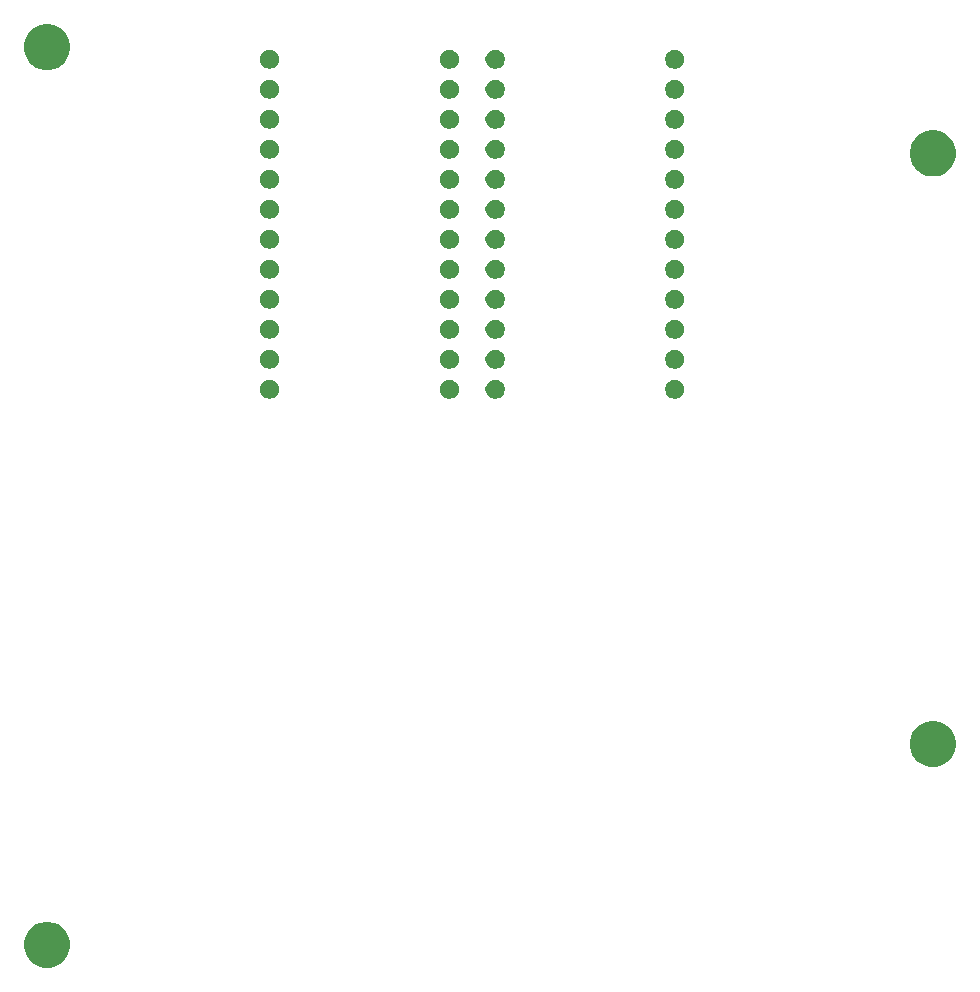
<source format=gbr>
G04 #@! TF.GenerationSoftware,KiCad,Pcbnew,(5.1.0)-1*
G04 #@! TF.CreationDate,2020-01-03T18:30:48+09:00*
G04 #@! TF.ProjectId,100cm^3,31303063-6d5e-4332-9e6b-696361645f70,rev?*
G04 #@! TF.SameCoordinates,Original*
G04 #@! TF.FileFunction,Soldermask,Bot*
G04 #@! TF.FilePolarity,Negative*
%FSLAX46Y46*%
G04 Gerber Fmt 4.6, Leading zero omitted, Abs format (unit mm)*
G04 Created by KiCad (PCBNEW (5.1.0)-1) date 2020-01-03 18:30:48*
%MOMM*%
%LPD*%
G04 APERTURE LIST*
%ADD10C,0.100000*%
G04 APERTURE END LIST*
D10*
G36*
X91569085Y-148123975D02*
G01*
X91924143Y-148271045D01*
X91924145Y-148271046D01*
X92243690Y-148484559D01*
X92515441Y-148756310D01*
X92728954Y-149075855D01*
X92728955Y-149075857D01*
X92876025Y-149430915D01*
X92951000Y-149807842D01*
X92951000Y-150192158D01*
X92876025Y-150569085D01*
X92728955Y-150924143D01*
X92728954Y-150924145D01*
X92515441Y-151243690D01*
X92243690Y-151515441D01*
X91924145Y-151728954D01*
X91924144Y-151728955D01*
X91924143Y-151728955D01*
X91569085Y-151876025D01*
X91192158Y-151951000D01*
X90807842Y-151951000D01*
X90430915Y-151876025D01*
X90075857Y-151728955D01*
X90075856Y-151728955D01*
X90075855Y-151728954D01*
X89756310Y-151515441D01*
X89484559Y-151243690D01*
X89271046Y-150924145D01*
X89271045Y-150924143D01*
X89123975Y-150569085D01*
X89049000Y-150192158D01*
X89049000Y-149807842D01*
X89123975Y-149430915D01*
X89271045Y-149075857D01*
X89271046Y-149075855D01*
X89484559Y-148756310D01*
X89756310Y-148484559D01*
X90075855Y-148271046D01*
X90075857Y-148271045D01*
X90430915Y-148123975D01*
X90807842Y-148049000D01*
X91192158Y-148049000D01*
X91569085Y-148123975D01*
X91569085Y-148123975D01*
G37*
G36*
X166569085Y-131123975D02*
G01*
X166924143Y-131271045D01*
X166924145Y-131271046D01*
X167243690Y-131484559D01*
X167515441Y-131756310D01*
X167728954Y-132075855D01*
X167728955Y-132075857D01*
X167876025Y-132430915D01*
X167951000Y-132807842D01*
X167951000Y-133192158D01*
X167876025Y-133569085D01*
X167728955Y-133924143D01*
X167728954Y-133924145D01*
X167515441Y-134243690D01*
X167243690Y-134515441D01*
X166924145Y-134728954D01*
X166924144Y-134728955D01*
X166924143Y-134728955D01*
X166569085Y-134876025D01*
X166192158Y-134951000D01*
X165807842Y-134951000D01*
X165430915Y-134876025D01*
X165075857Y-134728955D01*
X165075856Y-134728955D01*
X165075855Y-134728954D01*
X164756310Y-134515441D01*
X164484559Y-134243690D01*
X164271046Y-133924145D01*
X164271045Y-133924143D01*
X164123975Y-133569085D01*
X164049000Y-133192158D01*
X164049000Y-132807842D01*
X164123975Y-132430915D01*
X164271045Y-132075857D01*
X164271046Y-132075855D01*
X164484559Y-131756310D01*
X164756310Y-131484559D01*
X165075855Y-131271046D01*
X165075857Y-131271045D01*
X165430915Y-131123975D01*
X165807842Y-131049000D01*
X166192158Y-131049000D01*
X166569085Y-131123975D01*
X166569085Y-131123975D01*
G37*
G36*
X110078542Y-102178242D02*
G01*
X110226501Y-102239529D01*
X110359655Y-102328499D01*
X110472901Y-102441745D01*
X110561871Y-102574899D01*
X110623158Y-102722858D01*
X110654400Y-102879925D01*
X110654400Y-103040075D01*
X110623158Y-103197142D01*
X110561871Y-103345101D01*
X110472901Y-103478255D01*
X110359655Y-103591501D01*
X110226501Y-103680471D01*
X110078542Y-103741758D01*
X109921475Y-103773000D01*
X109761325Y-103773000D01*
X109604258Y-103741758D01*
X109456299Y-103680471D01*
X109323145Y-103591501D01*
X109209899Y-103478255D01*
X109120929Y-103345101D01*
X109059642Y-103197142D01*
X109028400Y-103040075D01*
X109028400Y-102879925D01*
X109059642Y-102722858D01*
X109120929Y-102574899D01*
X109209899Y-102441745D01*
X109323145Y-102328499D01*
X109456299Y-102239529D01*
X109604258Y-102178242D01*
X109761325Y-102147000D01*
X109921475Y-102147000D01*
X110078542Y-102178242D01*
X110078542Y-102178242D01*
G37*
G36*
X129175742Y-102178242D02*
G01*
X129323701Y-102239529D01*
X129456855Y-102328499D01*
X129570101Y-102441745D01*
X129659071Y-102574899D01*
X129720358Y-102722858D01*
X129751600Y-102879925D01*
X129751600Y-103040075D01*
X129720358Y-103197142D01*
X129659071Y-103345101D01*
X129570101Y-103478255D01*
X129456855Y-103591501D01*
X129323701Y-103680471D01*
X129175742Y-103741758D01*
X129018675Y-103773000D01*
X128858525Y-103773000D01*
X128701458Y-103741758D01*
X128553499Y-103680471D01*
X128420345Y-103591501D01*
X128307099Y-103478255D01*
X128218129Y-103345101D01*
X128156842Y-103197142D01*
X128125600Y-103040075D01*
X128125600Y-102879925D01*
X128156842Y-102722858D01*
X128218129Y-102574899D01*
X128307099Y-102441745D01*
X128420345Y-102328499D01*
X128553499Y-102239529D01*
X128701458Y-102178242D01*
X128858525Y-102147000D01*
X129018675Y-102147000D01*
X129175742Y-102178242D01*
X129175742Y-102178242D01*
G37*
G36*
X144395742Y-102178242D02*
G01*
X144543701Y-102239529D01*
X144676855Y-102328499D01*
X144790101Y-102441745D01*
X144879071Y-102574899D01*
X144940358Y-102722858D01*
X144971600Y-102879925D01*
X144971600Y-103040075D01*
X144940358Y-103197142D01*
X144879071Y-103345101D01*
X144790101Y-103478255D01*
X144676855Y-103591501D01*
X144543701Y-103680471D01*
X144395742Y-103741758D01*
X144238675Y-103773000D01*
X144078525Y-103773000D01*
X143921458Y-103741758D01*
X143773499Y-103680471D01*
X143640345Y-103591501D01*
X143527099Y-103478255D01*
X143438129Y-103345101D01*
X143376842Y-103197142D01*
X143345600Y-103040075D01*
X143345600Y-102879925D01*
X143376842Y-102722858D01*
X143438129Y-102574899D01*
X143527099Y-102441745D01*
X143640345Y-102328499D01*
X143773499Y-102239529D01*
X143921458Y-102178242D01*
X144078525Y-102147000D01*
X144238675Y-102147000D01*
X144395742Y-102178242D01*
X144395742Y-102178242D01*
G37*
G36*
X125298542Y-102178242D02*
G01*
X125446501Y-102239529D01*
X125579655Y-102328499D01*
X125692901Y-102441745D01*
X125781871Y-102574899D01*
X125843158Y-102722858D01*
X125874400Y-102879925D01*
X125874400Y-103040075D01*
X125843158Y-103197142D01*
X125781871Y-103345101D01*
X125692901Y-103478255D01*
X125579655Y-103591501D01*
X125446501Y-103680471D01*
X125298542Y-103741758D01*
X125141475Y-103773000D01*
X124981325Y-103773000D01*
X124824258Y-103741758D01*
X124676299Y-103680471D01*
X124543145Y-103591501D01*
X124429899Y-103478255D01*
X124340929Y-103345101D01*
X124279642Y-103197142D01*
X124248400Y-103040075D01*
X124248400Y-102879925D01*
X124279642Y-102722858D01*
X124340929Y-102574899D01*
X124429899Y-102441745D01*
X124543145Y-102328499D01*
X124676299Y-102239529D01*
X124824258Y-102178242D01*
X124981325Y-102147000D01*
X125141475Y-102147000D01*
X125298542Y-102178242D01*
X125298542Y-102178242D01*
G37*
G36*
X125298542Y-99638242D02*
G01*
X125446501Y-99699529D01*
X125579655Y-99788499D01*
X125692901Y-99901745D01*
X125781871Y-100034899D01*
X125843158Y-100182858D01*
X125874400Y-100339925D01*
X125874400Y-100500075D01*
X125843158Y-100657142D01*
X125781871Y-100805101D01*
X125692901Y-100938255D01*
X125579655Y-101051501D01*
X125446501Y-101140471D01*
X125298542Y-101201758D01*
X125141475Y-101233000D01*
X124981325Y-101233000D01*
X124824258Y-101201758D01*
X124676299Y-101140471D01*
X124543145Y-101051501D01*
X124429899Y-100938255D01*
X124340929Y-100805101D01*
X124279642Y-100657142D01*
X124248400Y-100500075D01*
X124248400Y-100339925D01*
X124279642Y-100182858D01*
X124340929Y-100034899D01*
X124429899Y-99901745D01*
X124543145Y-99788499D01*
X124676299Y-99699529D01*
X124824258Y-99638242D01*
X124981325Y-99607000D01*
X125141475Y-99607000D01*
X125298542Y-99638242D01*
X125298542Y-99638242D01*
G37*
G36*
X110078542Y-99638242D02*
G01*
X110226501Y-99699529D01*
X110359655Y-99788499D01*
X110472901Y-99901745D01*
X110561871Y-100034899D01*
X110623158Y-100182858D01*
X110654400Y-100339925D01*
X110654400Y-100500075D01*
X110623158Y-100657142D01*
X110561871Y-100805101D01*
X110472901Y-100938255D01*
X110359655Y-101051501D01*
X110226501Y-101140471D01*
X110078542Y-101201758D01*
X109921475Y-101233000D01*
X109761325Y-101233000D01*
X109604258Y-101201758D01*
X109456299Y-101140471D01*
X109323145Y-101051501D01*
X109209899Y-100938255D01*
X109120929Y-100805101D01*
X109059642Y-100657142D01*
X109028400Y-100500075D01*
X109028400Y-100339925D01*
X109059642Y-100182858D01*
X109120929Y-100034899D01*
X109209899Y-99901745D01*
X109323145Y-99788499D01*
X109456299Y-99699529D01*
X109604258Y-99638242D01*
X109761325Y-99607000D01*
X109921475Y-99607000D01*
X110078542Y-99638242D01*
X110078542Y-99638242D01*
G37*
G36*
X129175742Y-99638242D02*
G01*
X129323701Y-99699529D01*
X129456855Y-99788499D01*
X129570101Y-99901745D01*
X129659071Y-100034899D01*
X129720358Y-100182858D01*
X129751600Y-100339925D01*
X129751600Y-100500075D01*
X129720358Y-100657142D01*
X129659071Y-100805101D01*
X129570101Y-100938255D01*
X129456855Y-101051501D01*
X129323701Y-101140471D01*
X129175742Y-101201758D01*
X129018675Y-101233000D01*
X128858525Y-101233000D01*
X128701458Y-101201758D01*
X128553499Y-101140471D01*
X128420345Y-101051501D01*
X128307099Y-100938255D01*
X128218129Y-100805101D01*
X128156842Y-100657142D01*
X128125600Y-100500075D01*
X128125600Y-100339925D01*
X128156842Y-100182858D01*
X128218129Y-100034899D01*
X128307099Y-99901745D01*
X128420345Y-99788499D01*
X128553499Y-99699529D01*
X128701458Y-99638242D01*
X128858525Y-99607000D01*
X129018675Y-99607000D01*
X129175742Y-99638242D01*
X129175742Y-99638242D01*
G37*
G36*
X144395742Y-99638242D02*
G01*
X144543701Y-99699529D01*
X144676855Y-99788499D01*
X144790101Y-99901745D01*
X144879071Y-100034899D01*
X144940358Y-100182858D01*
X144971600Y-100339925D01*
X144971600Y-100500075D01*
X144940358Y-100657142D01*
X144879071Y-100805101D01*
X144790101Y-100938255D01*
X144676855Y-101051501D01*
X144543701Y-101140471D01*
X144395742Y-101201758D01*
X144238675Y-101233000D01*
X144078525Y-101233000D01*
X143921458Y-101201758D01*
X143773499Y-101140471D01*
X143640345Y-101051501D01*
X143527099Y-100938255D01*
X143438129Y-100805101D01*
X143376842Y-100657142D01*
X143345600Y-100500075D01*
X143345600Y-100339925D01*
X143376842Y-100182858D01*
X143438129Y-100034899D01*
X143527099Y-99901745D01*
X143640345Y-99788499D01*
X143773499Y-99699529D01*
X143921458Y-99638242D01*
X144078525Y-99607000D01*
X144238675Y-99607000D01*
X144395742Y-99638242D01*
X144395742Y-99638242D01*
G37*
G36*
X125298542Y-97098242D02*
G01*
X125446501Y-97159529D01*
X125579655Y-97248499D01*
X125692901Y-97361745D01*
X125781871Y-97494899D01*
X125843158Y-97642858D01*
X125874400Y-97799925D01*
X125874400Y-97960075D01*
X125843158Y-98117142D01*
X125781871Y-98265101D01*
X125692901Y-98398255D01*
X125579655Y-98511501D01*
X125446501Y-98600471D01*
X125298542Y-98661758D01*
X125141475Y-98693000D01*
X124981325Y-98693000D01*
X124824258Y-98661758D01*
X124676299Y-98600471D01*
X124543145Y-98511501D01*
X124429899Y-98398255D01*
X124340929Y-98265101D01*
X124279642Y-98117142D01*
X124248400Y-97960075D01*
X124248400Y-97799925D01*
X124279642Y-97642858D01*
X124340929Y-97494899D01*
X124429899Y-97361745D01*
X124543145Y-97248499D01*
X124676299Y-97159529D01*
X124824258Y-97098242D01*
X124981325Y-97067000D01*
X125141475Y-97067000D01*
X125298542Y-97098242D01*
X125298542Y-97098242D01*
G37*
G36*
X144395742Y-97098242D02*
G01*
X144543701Y-97159529D01*
X144676855Y-97248499D01*
X144790101Y-97361745D01*
X144879071Y-97494899D01*
X144940358Y-97642858D01*
X144971600Y-97799925D01*
X144971600Y-97960075D01*
X144940358Y-98117142D01*
X144879071Y-98265101D01*
X144790101Y-98398255D01*
X144676855Y-98511501D01*
X144543701Y-98600471D01*
X144395742Y-98661758D01*
X144238675Y-98693000D01*
X144078525Y-98693000D01*
X143921458Y-98661758D01*
X143773499Y-98600471D01*
X143640345Y-98511501D01*
X143527099Y-98398255D01*
X143438129Y-98265101D01*
X143376842Y-98117142D01*
X143345600Y-97960075D01*
X143345600Y-97799925D01*
X143376842Y-97642858D01*
X143438129Y-97494899D01*
X143527099Y-97361745D01*
X143640345Y-97248499D01*
X143773499Y-97159529D01*
X143921458Y-97098242D01*
X144078525Y-97067000D01*
X144238675Y-97067000D01*
X144395742Y-97098242D01*
X144395742Y-97098242D01*
G37*
G36*
X129175742Y-97098242D02*
G01*
X129323701Y-97159529D01*
X129456855Y-97248499D01*
X129570101Y-97361745D01*
X129659071Y-97494899D01*
X129720358Y-97642858D01*
X129751600Y-97799925D01*
X129751600Y-97960075D01*
X129720358Y-98117142D01*
X129659071Y-98265101D01*
X129570101Y-98398255D01*
X129456855Y-98511501D01*
X129323701Y-98600471D01*
X129175742Y-98661758D01*
X129018675Y-98693000D01*
X128858525Y-98693000D01*
X128701458Y-98661758D01*
X128553499Y-98600471D01*
X128420345Y-98511501D01*
X128307099Y-98398255D01*
X128218129Y-98265101D01*
X128156842Y-98117142D01*
X128125600Y-97960075D01*
X128125600Y-97799925D01*
X128156842Y-97642858D01*
X128218129Y-97494899D01*
X128307099Y-97361745D01*
X128420345Y-97248499D01*
X128553499Y-97159529D01*
X128701458Y-97098242D01*
X128858525Y-97067000D01*
X129018675Y-97067000D01*
X129175742Y-97098242D01*
X129175742Y-97098242D01*
G37*
G36*
X110078542Y-97098242D02*
G01*
X110226501Y-97159529D01*
X110359655Y-97248499D01*
X110472901Y-97361745D01*
X110561871Y-97494899D01*
X110623158Y-97642858D01*
X110654400Y-97799925D01*
X110654400Y-97960075D01*
X110623158Y-98117142D01*
X110561871Y-98265101D01*
X110472901Y-98398255D01*
X110359655Y-98511501D01*
X110226501Y-98600471D01*
X110078542Y-98661758D01*
X109921475Y-98693000D01*
X109761325Y-98693000D01*
X109604258Y-98661758D01*
X109456299Y-98600471D01*
X109323145Y-98511501D01*
X109209899Y-98398255D01*
X109120929Y-98265101D01*
X109059642Y-98117142D01*
X109028400Y-97960075D01*
X109028400Y-97799925D01*
X109059642Y-97642858D01*
X109120929Y-97494899D01*
X109209899Y-97361745D01*
X109323145Y-97248499D01*
X109456299Y-97159529D01*
X109604258Y-97098242D01*
X109761325Y-97067000D01*
X109921475Y-97067000D01*
X110078542Y-97098242D01*
X110078542Y-97098242D01*
G37*
G36*
X129175742Y-94558242D02*
G01*
X129323701Y-94619529D01*
X129456855Y-94708499D01*
X129570101Y-94821745D01*
X129659071Y-94954899D01*
X129720358Y-95102858D01*
X129751600Y-95259925D01*
X129751600Y-95420075D01*
X129720358Y-95577142D01*
X129659071Y-95725101D01*
X129570101Y-95858255D01*
X129456855Y-95971501D01*
X129323701Y-96060471D01*
X129175742Y-96121758D01*
X129018675Y-96153000D01*
X128858525Y-96153000D01*
X128701458Y-96121758D01*
X128553499Y-96060471D01*
X128420345Y-95971501D01*
X128307099Y-95858255D01*
X128218129Y-95725101D01*
X128156842Y-95577142D01*
X128125600Y-95420075D01*
X128125600Y-95259925D01*
X128156842Y-95102858D01*
X128218129Y-94954899D01*
X128307099Y-94821745D01*
X128420345Y-94708499D01*
X128553499Y-94619529D01*
X128701458Y-94558242D01*
X128858525Y-94527000D01*
X129018675Y-94527000D01*
X129175742Y-94558242D01*
X129175742Y-94558242D01*
G37*
G36*
X144395742Y-94558242D02*
G01*
X144543701Y-94619529D01*
X144676855Y-94708499D01*
X144790101Y-94821745D01*
X144879071Y-94954899D01*
X144940358Y-95102858D01*
X144971600Y-95259925D01*
X144971600Y-95420075D01*
X144940358Y-95577142D01*
X144879071Y-95725101D01*
X144790101Y-95858255D01*
X144676855Y-95971501D01*
X144543701Y-96060471D01*
X144395742Y-96121758D01*
X144238675Y-96153000D01*
X144078525Y-96153000D01*
X143921458Y-96121758D01*
X143773499Y-96060471D01*
X143640345Y-95971501D01*
X143527099Y-95858255D01*
X143438129Y-95725101D01*
X143376842Y-95577142D01*
X143345600Y-95420075D01*
X143345600Y-95259925D01*
X143376842Y-95102858D01*
X143438129Y-94954899D01*
X143527099Y-94821745D01*
X143640345Y-94708499D01*
X143773499Y-94619529D01*
X143921458Y-94558242D01*
X144078525Y-94527000D01*
X144238675Y-94527000D01*
X144395742Y-94558242D01*
X144395742Y-94558242D01*
G37*
G36*
X110078542Y-94558242D02*
G01*
X110226501Y-94619529D01*
X110359655Y-94708499D01*
X110472901Y-94821745D01*
X110561871Y-94954899D01*
X110623158Y-95102858D01*
X110654400Y-95259925D01*
X110654400Y-95420075D01*
X110623158Y-95577142D01*
X110561871Y-95725101D01*
X110472901Y-95858255D01*
X110359655Y-95971501D01*
X110226501Y-96060471D01*
X110078542Y-96121758D01*
X109921475Y-96153000D01*
X109761325Y-96153000D01*
X109604258Y-96121758D01*
X109456299Y-96060471D01*
X109323145Y-95971501D01*
X109209899Y-95858255D01*
X109120929Y-95725101D01*
X109059642Y-95577142D01*
X109028400Y-95420075D01*
X109028400Y-95259925D01*
X109059642Y-95102858D01*
X109120929Y-94954899D01*
X109209899Y-94821745D01*
X109323145Y-94708499D01*
X109456299Y-94619529D01*
X109604258Y-94558242D01*
X109761325Y-94527000D01*
X109921475Y-94527000D01*
X110078542Y-94558242D01*
X110078542Y-94558242D01*
G37*
G36*
X125298542Y-94558242D02*
G01*
X125446501Y-94619529D01*
X125579655Y-94708499D01*
X125692901Y-94821745D01*
X125781871Y-94954899D01*
X125843158Y-95102858D01*
X125874400Y-95259925D01*
X125874400Y-95420075D01*
X125843158Y-95577142D01*
X125781871Y-95725101D01*
X125692901Y-95858255D01*
X125579655Y-95971501D01*
X125446501Y-96060471D01*
X125298542Y-96121758D01*
X125141475Y-96153000D01*
X124981325Y-96153000D01*
X124824258Y-96121758D01*
X124676299Y-96060471D01*
X124543145Y-95971501D01*
X124429899Y-95858255D01*
X124340929Y-95725101D01*
X124279642Y-95577142D01*
X124248400Y-95420075D01*
X124248400Y-95259925D01*
X124279642Y-95102858D01*
X124340929Y-94954899D01*
X124429899Y-94821745D01*
X124543145Y-94708499D01*
X124676299Y-94619529D01*
X124824258Y-94558242D01*
X124981325Y-94527000D01*
X125141475Y-94527000D01*
X125298542Y-94558242D01*
X125298542Y-94558242D01*
G37*
G36*
X129175742Y-92018242D02*
G01*
X129323701Y-92079529D01*
X129456855Y-92168499D01*
X129570101Y-92281745D01*
X129659071Y-92414899D01*
X129720358Y-92562858D01*
X129751600Y-92719925D01*
X129751600Y-92880075D01*
X129720358Y-93037142D01*
X129659071Y-93185101D01*
X129570101Y-93318255D01*
X129456855Y-93431501D01*
X129323701Y-93520471D01*
X129175742Y-93581758D01*
X129018675Y-93613000D01*
X128858525Y-93613000D01*
X128701458Y-93581758D01*
X128553499Y-93520471D01*
X128420345Y-93431501D01*
X128307099Y-93318255D01*
X128218129Y-93185101D01*
X128156842Y-93037142D01*
X128125600Y-92880075D01*
X128125600Y-92719925D01*
X128156842Y-92562858D01*
X128218129Y-92414899D01*
X128307099Y-92281745D01*
X128420345Y-92168499D01*
X128553499Y-92079529D01*
X128701458Y-92018242D01*
X128858525Y-91987000D01*
X129018675Y-91987000D01*
X129175742Y-92018242D01*
X129175742Y-92018242D01*
G37*
G36*
X110078542Y-92018242D02*
G01*
X110226501Y-92079529D01*
X110359655Y-92168499D01*
X110472901Y-92281745D01*
X110561871Y-92414899D01*
X110623158Y-92562858D01*
X110654400Y-92719925D01*
X110654400Y-92880075D01*
X110623158Y-93037142D01*
X110561871Y-93185101D01*
X110472901Y-93318255D01*
X110359655Y-93431501D01*
X110226501Y-93520471D01*
X110078542Y-93581758D01*
X109921475Y-93613000D01*
X109761325Y-93613000D01*
X109604258Y-93581758D01*
X109456299Y-93520471D01*
X109323145Y-93431501D01*
X109209899Y-93318255D01*
X109120929Y-93185101D01*
X109059642Y-93037142D01*
X109028400Y-92880075D01*
X109028400Y-92719925D01*
X109059642Y-92562858D01*
X109120929Y-92414899D01*
X109209899Y-92281745D01*
X109323145Y-92168499D01*
X109456299Y-92079529D01*
X109604258Y-92018242D01*
X109761325Y-91987000D01*
X109921475Y-91987000D01*
X110078542Y-92018242D01*
X110078542Y-92018242D01*
G37*
G36*
X125298542Y-92018242D02*
G01*
X125446501Y-92079529D01*
X125579655Y-92168499D01*
X125692901Y-92281745D01*
X125781871Y-92414899D01*
X125843158Y-92562858D01*
X125874400Y-92719925D01*
X125874400Y-92880075D01*
X125843158Y-93037142D01*
X125781871Y-93185101D01*
X125692901Y-93318255D01*
X125579655Y-93431501D01*
X125446501Y-93520471D01*
X125298542Y-93581758D01*
X125141475Y-93613000D01*
X124981325Y-93613000D01*
X124824258Y-93581758D01*
X124676299Y-93520471D01*
X124543145Y-93431501D01*
X124429899Y-93318255D01*
X124340929Y-93185101D01*
X124279642Y-93037142D01*
X124248400Y-92880075D01*
X124248400Y-92719925D01*
X124279642Y-92562858D01*
X124340929Y-92414899D01*
X124429899Y-92281745D01*
X124543145Y-92168499D01*
X124676299Y-92079529D01*
X124824258Y-92018242D01*
X124981325Y-91987000D01*
X125141475Y-91987000D01*
X125298542Y-92018242D01*
X125298542Y-92018242D01*
G37*
G36*
X144395742Y-92018242D02*
G01*
X144543701Y-92079529D01*
X144676855Y-92168499D01*
X144790101Y-92281745D01*
X144879071Y-92414899D01*
X144940358Y-92562858D01*
X144971600Y-92719925D01*
X144971600Y-92880075D01*
X144940358Y-93037142D01*
X144879071Y-93185101D01*
X144790101Y-93318255D01*
X144676855Y-93431501D01*
X144543701Y-93520471D01*
X144395742Y-93581758D01*
X144238675Y-93613000D01*
X144078525Y-93613000D01*
X143921458Y-93581758D01*
X143773499Y-93520471D01*
X143640345Y-93431501D01*
X143527099Y-93318255D01*
X143438129Y-93185101D01*
X143376842Y-93037142D01*
X143345600Y-92880075D01*
X143345600Y-92719925D01*
X143376842Y-92562858D01*
X143438129Y-92414899D01*
X143527099Y-92281745D01*
X143640345Y-92168499D01*
X143773499Y-92079529D01*
X143921458Y-92018242D01*
X144078525Y-91987000D01*
X144238675Y-91987000D01*
X144395742Y-92018242D01*
X144395742Y-92018242D01*
G37*
G36*
X144395742Y-89478242D02*
G01*
X144543701Y-89539529D01*
X144676855Y-89628499D01*
X144790101Y-89741745D01*
X144879071Y-89874899D01*
X144940358Y-90022858D01*
X144971600Y-90179925D01*
X144971600Y-90340075D01*
X144940358Y-90497142D01*
X144879071Y-90645101D01*
X144790101Y-90778255D01*
X144676855Y-90891501D01*
X144543701Y-90980471D01*
X144395742Y-91041758D01*
X144238675Y-91073000D01*
X144078525Y-91073000D01*
X143921458Y-91041758D01*
X143773499Y-90980471D01*
X143640345Y-90891501D01*
X143527099Y-90778255D01*
X143438129Y-90645101D01*
X143376842Y-90497142D01*
X143345600Y-90340075D01*
X143345600Y-90179925D01*
X143376842Y-90022858D01*
X143438129Y-89874899D01*
X143527099Y-89741745D01*
X143640345Y-89628499D01*
X143773499Y-89539529D01*
X143921458Y-89478242D01*
X144078525Y-89447000D01*
X144238675Y-89447000D01*
X144395742Y-89478242D01*
X144395742Y-89478242D01*
G37*
G36*
X125298542Y-89478242D02*
G01*
X125446501Y-89539529D01*
X125579655Y-89628499D01*
X125692901Y-89741745D01*
X125781871Y-89874899D01*
X125843158Y-90022858D01*
X125874400Y-90179925D01*
X125874400Y-90340075D01*
X125843158Y-90497142D01*
X125781871Y-90645101D01*
X125692901Y-90778255D01*
X125579655Y-90891501D01*
X125446501Y-90980471D01*
X125298542Y-91041758D01*
X125141475Y-91073000D01*
X124981325Y-91073000D01*
X124824258Y-91041758D01*
X124676299Y-90980471D01*
X124543145Y-90891501D01*
X124429899Y-90778255D01*
X124340929Y-90645101D01*
X124279642Y-90497142D01*
X124248400Y-90340075D01*
X124248400Y-90179925D01*
X124279642Y-90022858D01*
X124340929Y-89874899D01*
X124429899Y-89741745D01*
X124543145Y-89628499D01*
X124676299Y-89539529D01*
X124824258Y-89478242D01*
X124981325Y-89447000D01*
X125141475Y-89447000D01*
X125298542Y-89478242D01*
X125298542Y-89478242D01*
G37*
G36*
X129175742Y-89478242D02*
G01*
X129323701Y-89539529D01*
X129456855Y-89628499D01*
X129570101Y-89741745D01*
X129659071Y-89874899D01*
X129720358Y-90022858D01*
X129751600Y-90179925D01*
X129751600Y-90340075D01*
X129720358Y-90497142D01*
X129659071Y-90645101D01*
X129570101Y-90778255D01*
X129456855Y-90891501D01*
X129323701Y-90980471D01*
X129175742Y-91041758D01*
X129018675Y-91073000D01*
X128858525Y-91073000D01*
X128701458Y-91041758D01*
X128553499Y-90980471D01*
X128420345Y-90891501D01*
X128307099Y-90778255D01*
X128218129Y-90645101D01*
X128156842Y-90497142D01*
X128125600Y-90340075D01*
X128125600Y-90179925D01*
X128156842Y-90022858D01*
X128218129Y-89874899D01*
X128307099Y-89741745D01*
X128420345Y-89628499D01*
X128553499Y-89539529D01*
X128701458Y-89478242D01*
X128858525Y-89447000D01*
X129018675Y-89447000D01*
X129175742Y-89478242D01*
X129175742Y-89478242D01*
G37*
G36*
X110078542Y-89478242D02*
G01*
X110226501Y-89539529D01*
X110359655Y-89628499D01*
X110472901Y-89741745D01*
X110561871Y-89874899D01*
X110623158Y-90022858D01*
X110654400Y-90179925D01*
X110654400Y-90340075D01*
X110623158Y-90497142D01*
X110561871Y-90645101D01*
X110472901Y-90778255D01*
X110359655Y-90891501D01*
X110226501Y-90980471D01*
X110078542Y-91041758D01*
X109921475Y-91073000D01*
X109761325Y-91073000D01*
X109604258Y-91041758D01*
X109456299Y-90980471D01*
X109323145Y-90891501D01*
X109209899Y-90778255D01*
X109120929Y-90645101D01*
X109059642Y-90497142D01*
X109028400Y-90340075D01*
X109028400Y-90179925D01*
X109059642Y-90022858D01*
X109120929Y-89874899D01*
X109209899Y-89741745D01*
X109323145Y-89628499D01*
X109456299Y-89539529D01*
X109604258Y-89478242D01*
X109761325Y-89447000D01*
X109921475Y-89447000D01*
X110078542Y-89478242D01*
X110078542Y-89478242D01*
G37*
G36*
X125298542Y-86938242D02*
G01*
X125446501Y-86999529D01*
X125579655Y-87088499D01*
X125692901Y-87201745D01*
X125781871Y-87334899D01*
X125843158Y-87482858D01*
X125874400Y-87639925D01*
X125874400Y-87800075D01*
X125843158Y-87957142D01*
X125781871Y-88105101D01*
X125692901Y-88238255D01*
X125579655Y-88351501D01*
X125446501Y-88440471D01*
X125298542Y-88501758D01*
X125141475Y-88533000D01*
X124981325Y-88533000D01*
X124824258Y-88501758D01*
X124676299Y-88440471D01*
X124543145Y-88351501D01*
X124429899Y-88238255D01*
X124340929Y-88105101D01*
X124279642Y-87957142D01*
X124248400Y-87800075D01*
X124248400Y-87639925D01*
X124279642Y-87482858D01*
X124340929Y-87334899D01*
X124429899Y-87201745D01*
X124543145Y-87088499D01*
X124676299Y-86999529D01*
X124824258Y-86938242D01*
X124981325Y-86907000D01*
X125141475Y-86907000D01*
X125298542Y-86938242D01*
X125298542Y-86938242D01*
G37*
G36*
X110078542Y-86938242D02*
G01*
X110226501Y-86999529D01*
X110359655Y-87088499D01*
X110472901Y-87201745D01*
X110561871Y-87334899D01*
X110623158Y-87482858D01*
X110654400Y-87639925D01*
X110654400Y-87800075D01*
X110623158Y-87957142D01*
X110561871Y-88105101D01*
X110472901Y-88238255D01*
X110359655Y-88351501D01*
X110226501Y-88440471D01*
X110078542Y-88501758D01*
X109921475Y-88533000D01*
X109761325Y-88533000D01*
X109604258Y-88501758D01*
X109456299Y-88440471D01*
X109323145Y-88351501D01*
X109209899Y-88238255D01*
X109120929Y-88105101D01*
X109059642Y-87957142D01*
X109028400Y-87800075D01*
X109028400Y-87639925D01*
X109059642Y-87482858D01*
X109120929Y-87334899D01*
X109209899Y-87201745D01*
X109323145Y-87088499D01*
X109456299Y-86999529D01*
X109604258Y-86938242D01*
X109761325Y-86907000D01*
X109921475Y-86907000D01*
X110078542Y-86938242D01*
X110078542Y-86938242D01*
G37*
G36*
X144395742Y-86938242D02*
G01*
X144543701Y-86999529D01*
X144676855Y-87088499D01*
X144790101Y-87201745D01*
X144879071Y-87334899D01*
X144940358Y-87482858D01*
X144971600Y-87639925D01*
X144971600Y-87800075D01*
X144940358Y-87957142D01*
X144879071Y-88105101D01*
X144790101Y-88238255D01*
X144676855Y-88351501D01*
X144543701Y-88440471D01*
X144395742Y-88501758D01*
X144238675Y-88533000D01*
X144078525Y-88533000D01*
X143921458Y-88501758D01*
X143773499Y-88440471D01*
X143640345Y-88351501D01*
X143527099Y-88238255D01*
X143438129Y-88105101D01*
X143376842Y-87957142D01*
X143345600Y-87800075D01*
X143345600Y-87639925D01*
X143376842Y-87482858D01*
X143438129Y-87334899D01*
X143527099Y-87201745D01*
X143640345Y-87088499D01*
X143773499Y-86999529D01*
X143921458Y-86938242D01*
X144078525Y-86907000D01*
X144238675Y-86907000D01*
X144395742Y-86938242D01*
X144395742Y-86938242D01*
G37*
G36*
X129175742Y-86938242D02*
G01*
X129323701Y-86999529D01*
X129456855Y-87088499D01*
X129570101Y-87201745D01*
X129659071Y-87334899D01*
X129720358Y-87482858D01*
X129751600Y-87639925D01*
X129751600Y-87800075D01*
X129720358Y-87957142D01*
X129659071Y-88105101D01*
X129570101Y-88238255D01*
X129456855Y-88351501D01*
X129323701Y-88440471D01*
X129175742Y-88501758D01*
X129018675Y-88533000D01*
X128858525Y-88533000D01*
X128701458Y-88501758D01*
X128553499Y-88440471D01*
X128420345Y-88351501D01*
X128307099Y-88238255D01*
X128218129Y-88105101D01*
X128156842Y-87957142D01*
X128125600Y-87800075D01*
X128125600Y-87639925D01*
X128156842Y-87482858D01*
X128218129Y-87334899D01*
X128307099Y-87201745D01*
X128420345Y-87088499D01*
X128553499Y-86999529D01*
X128701458Y-86938242D01*
X128858525Y-86907000D01*
X129018675Y-86907000D01*
X129175742Y-86938242D01*
X129175742Y-86938242D01*
G37*
G36*
X125298542Y-84398242D02*
G01*
X125446501Y-84459529D01*
X125579655Y-84548499D01*
X125692901Y-84661745D01*
X125781871Y-84794899D01*
X125843158Y-84942858D01*
X125874400Y-85099925D01*
X125874400Y-85260075D01*
X125843158Y-85417142D01*
X125781871Y-85565101D01*
X125692901Y-85698255D01*
X125579655Y-85811501D01*
X125446501Y-85900471D01*
X125298542Y-85961758D01*
X125141475Y-85993000D01*
X124981325Y-85993000D01*
X124824258Y-85961758D01*
X124676299Y-85900471D01*
X124543145Y-85811501D01*
X124429899Y-85698255D01*
X124340929Y-85565101D01*
X124279642Y-85417142D01*
X124248400Y-85260075D01*
X124248400Y-85099925D01*
X124279642Y-84942858D01*
X124340929Y-84794899D01*
X124429899Y-84661745D01*
X124543145Y-84548499D01*
X124676299Y-84459529D01*
X124824258Y-84398242D01*
X124981325Y-84367000D01*
X125141475Y-84367000D01*
X125298542Y-84398242D01*
X125298542Y-84398242D01*
G37*
G36*
X144395742Y-84398242D02*
G01*
X144543701Y-84459529D01*
X144676855Y-84548499D01*
X144790101Y-84661745D01*
X144879071Y-84794899D01*
X144940358Y-84942858D01*
X144971600Y-85099925D01*
X144971600Y-85260075D01*
X144940358Y-85417142D01*
X144879071Y-85565101D01*
X144790101Y-85698255D01*
X144676855Y-85811501D01*
X144543701Y-85900471D01*
X144395742Y-85961758D01*
X144238675Y-85993000D01*
X144078525Y-85993000D01*
X143921458Y-85961758D01*
X143773499Y-85900471D01*
X143640345Y-85811501D01*
X143527099Y-85698255D01*
X143438129Y-85565101D01*
X143376842Y-85417142D01*
X143345600Y-85260075D01*
X143345600Y-85099925D01*
X143376842Y-84942858D01*
X143438129Y-84794899D01*
X143527099Y-84661745D01*
X143640345Y-84548499D01*
X143773499Y-84459529D01*
X143921458Y-84398242D01*
X144078525Y-84367000D01*
X144238675Y-84367000D01*
X144395742Y-84398242D01*
X144395742Y-84398242D01*
G37*
G36*
X129175742Y-84398242D02*
G01*
X129323701Y-84459529D01*
X129456855Y-84548499D01*
X129570101Y-84661745D01*
X129659071Y-84794899D01*
X129720358Y-84942858D01*
X129751600Y-85099925D01*
X129751600Y-85260075D01*
X129720358Y-85417142D01*
X129659071Y-85565101D01*
X129570101Y-85698255D01*
X129456855Y-85811501D01*
X129323701Y-85900471D01*
X129175742Y-85961758D01*
X129018675Y-85993000D01*
X128858525Y-85993000D01*
X128701458Y-85961758D01*
X128553499Y-85900471D01*
X128420345Y-85811501D01*
X128307099Y-85698255D01*
X128218129Y-85565101D01*
X128156842Y-85417142D01*
X128125600Y-85260075D01*
X128125600Y-85099925D01*
X128156842Y-84942858D01*
X128218129Y-84794899D01*
X128307099Y-84661745D01*
X128420345Y-84548499D01*
X128553499Y-84459529D01*
X128701458Y-84398242D01*
X128858525Y-84367000D01*
X129018675Y-84367000D01*
X129175742Y-84398242D01*
X129175742Y-84398242D01*
G37*
G36*
X110078542Y-84398242D02*
G01*
X110226501Y-84459529D01*
X110359655Y-84548499D01*
X110472901Y-84661745D01*
X110561871Y-84794899D01*
X110623158Y-84942858D01*
X110654400Y-85099925D01*
X110654400Y-85260075D01*
X110623158Y-85417142D01*
X110561871Y-85565101D01*
X110472901Y-85698255D01*
X110359655Y-85811501D01*
X110226501Y-85900471D01*
X110078542Y-85961758D01*
X109921475Y-85993000D01*
X109761325Y-85993000D01*
X109604258Y-85961758D01*
X109456299Y-85900471D01*
X109323145Y-85811501D01*
X109209899Y-85698255D01*
X109120929Y-85565101D01*
X109059642Y-85417142D01*
X109028400Y-85260075D01*
X109028400Y-85099925D01*
X109059642Y-84942858D01*
X109120929Y-84794899D01*
X109209899Y-84661745D01*
X109323145Y-84548499D01*
X109456299Y-84459529D01*
X109604258Y-84398242D01*
X109761325Y-84367000D01*
X109921475Y-84367000D01*
X110078542Y-84398242D01*
X110078542Y-84398242D01*
G37*
G36*
X166569085Y-81123975D02*
G01*
X166924143Y-81271045D01*
X166924145Y-81271046D01*
X167243690Y-81484559D01*
X167515441Y-81756310D01*
X167728954Y-82075855D01*
X167728955Y-82075857D01*
X167876025Y-82430915D01*
X167951000Y-82807842D01*
X167951000Y-83192158D01*
X167876025Y-83569085D01*
X167728955Y-83924143D01*
X167728954Y-83924145D01*
X167515441Y-84243690D01*
X167243690Y-84515441D01*
X166924145Y-84728954D01*
X166924144Y-84728955D01*
X166924143Y-84728955D01*
X166569085Y-84876025D01*
X166192158Y-84951000D01*
X165807842Y-84951000D01*
X165430915Y-84876025D01*
X165075857Y-84728955D01*
X165075856Y-84728955D01*
X165075855Y-84728954D01*
X164756310Y-84515441D01*
X164484559Y-84243690D01*
X164271046Y-83924145D01*
X164271045Y-83924143D01*
X164123975Y-83569085D01*
X164049000Y-83192158D01*
X164049000Y-82807842D01*
X164123975Y-82430915D01*
X164271045Y-82075857D01*
X164271046Y-82075855D01*
X164484559Y-81756310D01*
X164756310Y-81484559D01*
X165075855Y-81271046D01*
X165075857Y-81271045D01*
X165430915Y-81123975D01*
X165807842Y-81049000D01*
X166192158Y-81049000D01*
X166569085Y-81123975D01*
X166569085Y-81123975D01*
G37*
G36*
X110078542Y-81858242D02*
G01*
X110226501Y-81919529D01*
X110359655Y-82008499D01*
X110472901Y-82121745D01*
X110561871Y-82254899D01*
X110623158Y-82402858D01*
X110654400Y-82559925D01*
X110654400Y-82720075D01*
X110623158Y-82877142D01*
X110561871Y-83025101D01*
X110472901Y-83158255D01*
X110359655Y-83271501D01*
X110226501Y-83360471D01*
X110078542Y-83421758D01*
X109921475Y-83453000D01*
X109761325Y-83453000D01*
X109604258Y-83421758D01*
X109456299Y-83360471D01*
X109323145Y-83271501D01*
X109209899Y-83158255D01*
X109120929Y-83025101D01*
X109059642Y-82877142D01*
X109028400Y-82720075D01*
X109028400Y-82559925D01*
X109059642Y-82402858D01*
X109120929Y-82254899D01*
X109209899Y-82121745D01*
X109323145Y-82008499D01*
X109456299Y-81919529D01*
X109604258Y-81858242D01*
X109761325Y-81827000D01*
X109921475Y-81827000D01*
X110078542Y-81858242D01*
X110078542Y-81858242D01*
G37*
G36*
X129175742Y-81858242D02*
G01*
X129323701Y-81919529D01*
X129456855Y-82008499D01*
X129570101Y-82121745D01*
X129659071Y-82254899D01*
X129720358Y-82402858D01*
X129751600Y-82559925D01*
X129751600Y-82720075D01*
X129720358Y-82877142D01*
X129659071Y-83025101D01*
X129570101Y-83158255D01*
X129456855Y-83271501D01*
X129323701Y-83360471D01*
X129175742Y-83421758D01*
X129018675Y-83453000D01*
X128858525Y-83453000D01*
X128701458Y-83421758D01*
X128553499Y-83360471D01*
X128420345Y-83271501D01*
X128307099Y-83158255D01*
X128218129Y-83025101D01*
X128156842Y-82877142D01*
X128125600Y-82720075D01*
X128125600Y-82559925D01*
X128156842Y-82402858D01*
X128218129Y-82254899D01*
X128307099Y-82121745D01*
X128420345Y-82008499D01*
X128553499Y-81919529D01*
X128701458Y-81858242D01*
X128858525Y-81827000D01*
X129018675Y-81827000D01*
X129175742Y-81858242D01*
X129175742Y-81858242D01*
G37*
G36*
X144395742Y-81858242D02*
G01*
X144543701Y-81919529D01*
X144676855Y-82008499D01*
X144790101Y-82121745D01*
X144879071Y-82254899D01*
X144940358Y-82402858D01*
X144971600Y-82559925D01*
X144971600Y-82720075D01*
X144940358Y-82877142D01*
X144879071Y-83025101D01*
X144790101Y-83158255D01*
X144676855Y-83271501D01*
X144543701Y-83360471D01*
X144395742Y-83421758D01*
X144238675Y-83453000D01*
X144078525Y-83453000D01*
X143921458Y-83421758D01*
X143773499Y-83360471D01*
X143640345Y-83271501D01*
X143527099Y-83158255D01*
X143438129Y-83025101D01*
X143376842Y-82877142D01*
X143345600Y-82720075D01*
X143345600Y-82559925D01*
X143376842Y-82402858D01*
X143438129Y-82254899D01*
X143527099Y-82121745D01*
X143640345Y-82008499D01*
X143773499Y-81919529D01*
X143921458Y-81858242D01*
X144078525Y-81827000D01*
X144238675Y-81827000D01*
X144395742Y-81858242D01*
X144395742Y-81858242D01*
G37*
G36*
X125298542Y-81858242D02*
G01*
X125446501Y-81919529D01*
X125579655Y-82008499D01*
X125692901Y-82121745D01*
X125781871Y-82254899D01*
X125843158Y-82402858D01*
X125874400Y-82559925D01*
X125874400Y-82720075D01*
X125843158Y-82877142D01*
X125781871Y-83025101D01*
X125692901Y-83158255D01*
X125579655Y-83271501D01*
X125446501Y-83360471D01*
X125298542Y-83421758D01*
X125141475Y-83453000D01*
X124981325Y-83453000D01*
X124824258Y-83421758D01*
X124676299Y-83360471D01*
X124543145Y-83271501D01*
X124429899Y-83158255D01*
X124340929Y-83025101D01*
X124279642Y-82877142D01*
X124248400Y-82720075D01*
X124248400Y-82559925D01*
X124279642Y-82402858D01*
X124340929Y-82254899D01*
X124429899Y-82121745D01*
X124543145Y-82008499D01*
X124676299Y-81919529D01*
X124824258Y-81858242D01*
X124981325Y-81827000D01*
X125141475Y-81827000D01*
X125298542Y-81858242D01*
X125298542Y-81858242D01*
G37*
G36*
X125298542Y-79318242D02*
G01*
X125446501Y-79379529D01*
X125579655Y-79468499D01*
X125692901Y-79581745D01*
X125781871Y-79714899D01*
X125843158Y-79862858D01*
X125874400Y-80019925D01*
X125874400Y-80180075D01*
X125843158Y-80337142D01*
X125781871Y-80485101D01*
X125692901Y-80618255D01*
X125579655Y-80731501D01*
X125446501Y-80820471D01*
X125298542Y-80881758D01*
X125141475Y-80913000D01*
X124981325Y-80913000D01*
X124824258Y-80881758D01*
X124676299Y-80820471D01*
X124543145Y-80731501D01*
X124429899Y-80618255D01*
X124340929Y-80485101D01*
X124279642Y-80337142D01*
X124248400Y-80180075D01*
X124248400Y-80019925D01*
X124279642Y-79862858D01*
X124340929Y-79714899D01*
X124429899Y-79581745D01*
X124543145Y-79468499D01*
X124676299Y-79379529D01*
X124824258Y-79318242D01*
X124981325Y-79287000D01*
X125141475Y-79287000D01*
X125298542Y-79318242D01*
X125298542Y-79318242D01*
G37*
G36*
X110078542Y-79318242D02*
G01*
X110226501Y-79379529D01*
X110359655Y-79468499D01*
X110472901Y-79581745D01*
X110561871Y-79714899D01*
X110623158Y-79862858D01*
X110654400Y-80019925D01*
X110654400Y-80180075D01*
X110623158Y-80337142D01*
X110561871Y-80485101D01*
X110472901Y-80618255D01*
X110359655Y-80731501D01*
X110226501Y-80820471D01*
X110078542Y-80881758D01*
X109921475Y-80913000D01*
X109761325Y-80913000D01*
X109604258Y-80881758D01*
X109456299Y-80820471D01*
X109323145Y-80731501D01*
X109209899Y-80618255D01*
X109120929Y-80485101D01*
X109059642Y-80337142D01*
X109028400Y-80180075D01*
X109028400Y-80019925D01*
X109059642Y-79862858D01*
X109120929Y-79714899D01*
X109209899Y-79581745D01*
X109323145Y-79468499D01*
X109456299Y-79379529D01*
X109604258Y-79318242D01*
X109761325Y-79287000D01*
X109921475Y-79287000D01*
X110078542Y-79318242D01*
X110078542Y-79318242D01*
G37*
G36*
X129175742Y-79318242D02*
G01*
X129323701Y-79379529D01*
X129456855Y-79468499D01*
X129570101Y-79581745D01*
X129659071Y-79714899D01*
X129720358Y-79862858D01*
X129751600Y-80019925D01*
X129751600Y-80180075D01*
X129720358Y-80337142D01*
X129659071Y-80485101D01*
X129570101Y-80618255D01*
X129456855Y-80731501D01*
X129323701Y-80820471D01*
X129175742Y-80881758D01*
X129018675Y-80913000D01*
X128858525Y-80913000D01*
X128701458Y-80881758D01*
X128553499Y-80820471D01*
X128420345Y-80731501D01*
X128307099Y-80618255D01*
X128218129Y-80485101D01*
X128156842Y-80337142D01*
X128125600Y-80180075D01*
X128125600Y-80019925D01*
X128156842Y-79862858D01*
X128218129Y-79714899D01*
X128307099Y-79581745D01*
X128420345Y-79468499D01*
X128553499Y-79379529D01*
X128701458Y-79318242D01*
X128858525Y-79287000D01*
X129018675Y-79287000D01*
X129175742Y-79318242D01*
X129175742Y-79318242D01*
G37*
G36*
X144395742Y-79318242D02*
G01*
X144543701Y-79379529D01*
X144676855Y-79468499D01*
X144790101Y-79581745D01*
X144879071Y-79714899D01*
X144940358Y-79862858D01*
X144971600Y-80019925D01*
X144971600Y-80180075D01*
X144940358Y-80337142D01*
X144879071Y-80485101D01*
X144790101Y-80618255D01*
X144676855Y-80731501D01*
X144543701Y-80820471D01*
X144395742Y-80881758D01*
X144238675Y-80913000D01*
X144078525Y-80913000D01*
X143921458Y-80881758D01*
X143773499Y-80820471D01*
X143640345Y-80731501D01*
X143527099Y-80618255D01*
X143438129Y-80485101D01*
X143376842Y-80337142D01*
X143345600Y-80180075D01*
X143345600Y-80019925D01*
X143376842Y-79862858D01*
X143438129Y-79714899D01*
X143527099Y-79581745D01*
X143640345Y-79468499D01*
X143773499Y-79379529D01*
X143921458Y-79318242D01*
X144078525Y-79287000D01*
X144238675Y-79287000D01*
X144395742Y-79318242D01*
X144395742Y-79318242D01*
G37*
G36*
X144395742Y-76778242D02*
G01*
X144543701Y-76839529D01*
X144676855Y-76928499D01*
X144790101Y-77041745D01*
X144879071Y-77174899D01*
X144940358Y-77322858D01*
X144971600Y-77479925D01*
X144971600Y-77640075D01*
X144940358Y-77797142D01*
X144879071Y-77945101D01*
X144790101Y-78078255D01*
X144676855Y-78191501D01*
X144543701Y-78280471D01*
X144395742Y-78341758D01*
X144238675Y-78373000D01*
X144078525Y-78373000D01*
X143921458Y-78341758D01*
X143773499Y-78280471D01*
X143640345Y-78191501D01*
X143527099Y-78078255D01*
X143438129Y-77945101D01*
X143376842Y-77797142D01*
X143345600Y-77640075D01*
X143345600Y-77479925D01*
X143376842Y-77322858D01*
X143438129Y-77174899D01*
X143527099Y-77041745D01*
X143640345Y-76928499D01*
X143773499Y-76839529D01*
X143921458Y-76778242D01*
X144078525Y-76747000D01*
X144238675Y-76747000D01*
X144395742Y-76778242D01*
X144395742Y-76778242D01*
G37*
G36*
X129175742Y-76778242D02*
G01*
X129323701Y-76839529D01*
X129456855Y-76928499D01*
X129570101Y-77041745D01*
X129659071Y-77174899D01*
X129720358Y-77322858D01*
X129751600Y-77479925D01*
X129751600Y-77640075D01*
X129720358Y-77797142D01*
X129659071Y-77945101D01*
X129570101Y-78078255D01*
X129456855Y-78191501D01*
X129323701Y-78280471D01*
X129175742Y-78341758D01*
X129018675Y-78373000D01*
X128858525Y-78373000D01*
X128701458Y-78341758D01*
X128553499Y-78280471D01*
X128420345Y-78191501D01*
X128307099Y-78078255D01*
X128218129Y-77945101D01*
X128156842Y-77797142D01*
X128125600Y-77640075D01*
X128125600Y-77479925D01*
X128156842Y-77322858D01*
X128218129Y-77174899D01*
X128307099Y-77041745D01*
X128420345Y-76928499D01*
X128553499Y-76839529D01*
X128701458Y-76778242D01*
X128858525Y-76747000D01*
X129018675Y-76747000D01*
X129175742Y-76778242D01*
X129175742Y-76778242D01*
G37*
G36*
X125298542Y-76778242D02*
G01*
X125446501Y-76839529D01*
X125579655Y-76928499D01*
X125692901Y-77041745D01*
X125781871Y-77174899D01*
X125843158Y-77322858D01*
X125874400Y-77479925D01*
X125874400Y-77640075D01*
X125843158Y-77797142D01*
X125781871Y-77945101D01*
X125692901Y-78078255D01*
X125579655Y-78191501D01*
X125446501Y-78280471D01*
X125298542Y-78341758D01*
X125141475Y-78373000D01*
X124981325Y-78373000D01*
X124824258Y-78341758D01*
X124676299Y-78280471D01*
X124543145Y-78191501D01*
X124429899Y-78078255D01*
X124340929Y-77945101D01*
X124279642Y-77797142D01*
X124248400Y-77640075D01*
X124248400Y-77479925D01*
X124279642Y-77322858D01*
X124340929Y-77174899D01*
X124429899Y-77041745D01*
X124543145Y-76928499D01*
X124676299Y-76839529D01*
X124824258Y-76778242D01*
X124981325Y-76747000D01*
X125141475Y-76747000D01*
X125298542Y-76778242D01*
X125298542Y-76778242D01*
G37*
G36*
X110078542Y-76778242D02*
G01*
X110226501Y-76839529D01*
X110359655Y-76928499D01*
X110472901Y-77041745D01*
X110561871Y-77174899D01*
X110623158Y-77322858D01*
X110654400Y-77479925D01*
X110654400Y-77640075D01*
X110623158Y-77797142D01*
X110561871Y-77945101D01*
X110472901Y-78078255D01*
X110359655Y-78191501D01*
X110226501Y-78280471D01*
X110078542Y-78341758D01*
X109921475Y-78373000D01*
X109761325Y-78373000D01*
X109604258Y-78341758D01*
X109456299Y-78280471D01*
X109323145Y-78191501D01*
X109209899Y-78078255D01*
X109120929Y-77945101D01*
X109059642Y-77797142D01*
X109028400Y-77640075D01*
X109028400Y-77479925D01*
X109059642Y-77322858D01*
X109120929Y-77174899D01*
X109209899Y-77041745D01*
X109323145Y-76928499D01*
X109456299Y-76839529D01*
X109604258Y-76778242D01*
X109761325Y-76747000D01*
X109921475Y-76747000D01*
X110078542Y-76778242D01*
X110078542Y-76778242D01*
G37*
G36*
X91569085Y-72123975D02*
G01*
X91924143Y-72271045D01*
X91924145Y-72271046D01*
X92243690Y-72484559D01*
X92515441Y-72756310D01*
X92728954Y-73075855D01*
X92728955Y-73075857D01*
X92876025Y-73430915D01*
X92951000Y-73807842D01*
X92951000Y-74192158D01*
X92876025Y-74569085D01*
X92787477Y-74782858D01*
X92728954Y-74924145D01*
X92515441Y-75243690D01*
X92243690Y-75515441D01*
X91924145Y-75728954D01*
X91924144Y-75728955D01*
X91924143Y-75728955D01*
X91569085Y-75876025D01*
X91192158Y-75951000D01*
X90807842Y-75951000D01*
X90430915Y-75876025D01*
X90075857Y-75728955D01*
X90075856Y-75728955D01*
X90075855Y-75728954D01*
X89756310Y-75515441D01*
X89484559Y-75243690D01*
X89271046Y-74924145D01*
X89212523Y-74782858D01*
X89123975Y-74569085D01*
X89049000Y-74192158D01*
X89049000Y-73807842D01*
X89123975Y-73430915D01*
X89271045Y-73075857D01*
X89271046Y-73075855D01*
X89484559Y-72756310D01*
X89756310Y-72484559D01*
X90075855Y-72271046D01*
X90075857Y-72271045D01*
X90430915Y-72123975D01*
X90807842Y-72049000D01*
X91192158Y-72049000D01*
X91569085Y-72123975D01*
X91569085Y-72123975D01*
G37*
G36*
X110078542Y-74238242D02*
G01*
X110226501Y-74299529D01*
X110359655Y-74388499D01*
X110472901Y-74501745D01*
X110561871Y-74634899D01*
X110623158Y-74782858D01*
X110654400Y-74939925D01*
X110654400Y-75100075D01*
X110623158Y-75257142D01*
X110561871Y-75405101D01*
X110472901Y-75538255D01*
X110359655Y-75651501D01*
X110226501Y-75740471D01*
X110078542Y-75801758D01*
X109921475Y-75833000D01*
X109761325Y-75833000D01*
X109604258Y-75801758D01*
X109456299Y-75740471D01*
X109323145Y-75651501D01*
X109209899Y-75538255D01*
X109120929Y-75405101D01*
X109059642Y-75257142D01*
X109028400Y-75100075D01*
X109028400Y-74939925D01*
X109059642Y-74782858D01*
X109120929Y-74634899D01*
X109209899Y-74501745D01*
X109323145Y-74388499D01*
X109456299Y-74299529D01*
X109604258Y-74238242D01*
X109761325Y-74207000D01*
X109921475Y-74207000D01*
X110078542Y-74238242D01*
X110078542Y-74238242D01*
G37*
G36*
X129175742Y-74238242D02*
G01*
X129323701Y-74299529D01*
X129456855Y-74388499D01*
X129570101Y-74501745D01*
X129659071Y-74634899D01*
X129720358Y-74782858D01*
X129751600Y-74939925D01*
X129751600Y-75100075D01*
X129720358Y-75257142D01*
X129659071Y-75405101D01*
X129570101Y-75538255D01*
X129456855Y-75651501D01*
X129323701Y-75740471D01*
X129175742Y-75801758D01*
X129018675Y-75833000D01*
X128858525Y-75833000D01*
X128701458Y-75801758D01*
X128553499Y-75740471D01*
X128420345Y-75651501D01*
X128307099Y-75538255D01*
X128218129Y-75405101D01*
X128156842Y-75257142D01*
X128125600Y-75100075D01*
X128125600Y-74939925D01*
X128156842Y-74782858D01*
X128218129Y-74634899D01*
X128307099Y-74501745D01*
X128420345Y-74388499D01*
X128553499Y-74299529D01*
X128701458Y-74238242D01*
X128858525Y-74207000D01*
X129018675Y-74207000D01*
X129175742Y-74238242D01*
X129175742Y-74238242D01*
G37*
G36*
X144395742Y-74238242D02*
G01*
X144543701Y-74299529D01*
X144676855Y-74388499D01*
X144790101Y-74501745D01*
X144879071Y-74634899D01*
X144940358Y-74782858D01*
X144971600Y-74939925D01*
X144971600Y-75100075D01*
X144940358Y-75257142D01*
X144879071Y-75405101D01*
X144790101Y-75538255D01*
X144676855Y-75651501D01*
X144543701Y-75740471D01*
X144395742Y-75801758D01*
X144238675Y-75833000D01*
X144078525Y-75833000D01*
X143921458Y-75801758D01*
X143773499Y-75740471D01*
X143640345Y-75651501D01*
X143527099Y-75538255D01*
X143438129Y-75405101D01*
X143376842Y-75257142D01*
X143345600Y-75100075D01*
X143345600Y-74939925D01*
X143376842Y-74782858D01*
X143438129Y-74634899D01*
X143527099Y-74501745D01*
X143640345Y-74388499D01*
X143773499Y-74299529D01*
X143921458Y-74238242D01*
X144078525Y-74207000D01*
X144238675Y-74207000D01*
X144395742Y-74238242D01*
X144395742Y-74238242D01*
G37*
G36*
X125298542Y-74238242D02*
G01*
X125446501Y-74299529D01*
X125579655Y-74388499D01*
X125692901Y-74501745D01*
X125781871Y-74634899D01*
X125843158Y-74782858D01*
X125874400Y-74939925D01*
X125874400Y-75100075D01*
X125843158Y-75257142D01*
X125781871Y-75405101D01*
X125692901Y-75538255D01*
X125579655Y-75651501D01*
X125446501Y-75740471D01*
X125298542Y-75801758D01*
X125141475Y-75833000D01*
X124981325Y-75833000D01*
X124824258Y-75801758D01*
X124676299Y-75740471D01*
X124543145Y-75651501D01*
X124429899Y-75538255D01*
X124340929Y-75405101D01*
X124279642Y-75257142D01*
X124248400Y-75100075D01*
X124248400Y-74939925D01*
X124279642Y-74782858D01*
X124340929Y-74634899D01*
X124429899Y-74501745D01*
X124543145Y-74388499D01*
X124676299Y-74299529D01*
X124824258Y-74238242D01*
X124981325Y-74207000D01*
X125141475Y-74207000D01*
X125298542Y-74238242D01*
X125298542Y-74238242D01*
G37*
M02*

</source>
